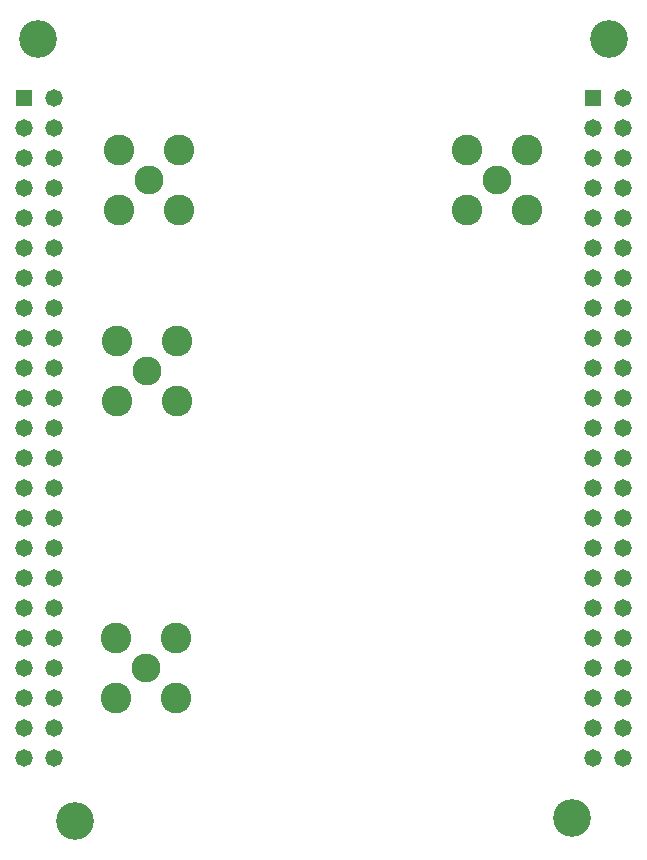
<source format=gbs>
G04*
G04 #@! TF.GenerationSoftware,Altium Limited,Altium Designer,25.8.1 (18)*
G04*
G04 Layer_Color=16711935*
%FSLAX44Y44*%
%MOMM*%
G71*
G04*
G04 #@! TF.SameCoordinates,B4FD2330-8F18-4F1E-BBFD-ABE2F71AA5CF*
G04*
G04*
G04 #@! TF.FilePolarity,Negative*
G04*
G01*
G75*
%ADD12C,1.4782*%
%ADD13R,1.4782X1.4782*%
%ADD14C,2.4532*%
%ADD15C,2.6032*%
%ADD16C,3.2032*%
D12*
X525780Y109220D02*
D03*
X500380D02*
D03*
X525780Y134620D02*
D03*
X500380D02*
D03*
X525780Y160020D02*
D03*
X500380D02*
D03*
X525780Y185420D02*
D03*
X500380D02*
D03*
X525780Y210820D02*
D03*
X500380D02*
D03*
X525780Y236220D02*
D03*
X500380D02*
D03*
X525780Y261620D02*
D03*
X500380D02*
D03*
X525780Y287020D02*
D03*
X500380D02*
D03*
X525780Y312420D02*
D03*
X500380D02*
D03*
X525780Y337820D02*
D03*
X500380D02*
D03*
X525780Y363220D02*
D03*
X500380D02*
D03*
X525780Y388620D02*
D03*
X500380D02*
D03*
X525780Y414020D02*
D03*
X500380D02*
D03*
X525780Y439420D02*
D03*
X500380D02*
D03*
X525780Y464820D02*
D03*
X500380D02*
D03*
X525780Y490220D02*
D03*
X500380D02*
D03*
X525780Y515620D02*
D03*
X500380D02*
D03*
X525780Y541020D02*
D03*
X500380D02*
D03*
X525780Y566420D02*
D03*
X500380D02*
D03*
X525780Y591820D02*
D03*
X500380D02*
D03*
X525780Y617220D02*
D03*
X500380D02*
D03*
X525780Y642620D02*
D03*
X500380D02*
D03*
X525780Y668020D02*
D03*
X44450Y109220D02*
D03*
X19050D02*
D03*
X44450Y134620D02*
D03*
X19050D02*
D03*
X44450Y160020D02*
D03*
X19050D02*
D03*
X44450Y185420D02*
D03*
X19050D02*
D03*
X44450Y210820D02*
D03*
X19050D02*
D03*
X44450Y236220D02*
D03*
X19050D02*
D03*
X44450Y261620D02*
D03*
X19050D02*
D03*
X44450Y287020D02*
D03*
X19050D02*
D03*
X44450Y312420D02*
D03*
X19050D02*
D03*
X44450Y337820D02*
D03*
X19050D02*
D03*
X44450Y363220D02*
D03*
X19050D02*
D03*
X44450Y388620D02*
D03*
X19050D02*
D03*
X44450Y414020D02*
D03*
X19050D02*
D03*
X44450Y439420D02*
D03*
X19050D02*
D03*
X44450Y464820D02*
D03*
X19050D02*
D03*
X44450Y490220D02*
D03*
X19050D02*
D03*
X44450Y515620D02*
D03*
X19050D02*
D03*
X44450Y541020D02*
D03*
X19050D02*
D03*
X44450Y566420D02*
D03*
X19050D02*
D03*
X44450Y591820D02*
D03*
X19050D02*
D03*
X44450Y617220D02*
D03*
X19050D02*
D03*
X44450Y642620D02*
D03*
X19050D02*
D03*
X44450Y668020D02*
D03*
D13*
X500380D02*
D03*
X19050D02*
D03*
D14*
X419100Y598170D02*
D03*
X124460D02*
D03*
X123190Y436880D02*
D03*
X121920Y185420D02*
D03*
D15*
X393700Y623570D02*
D03*
Y572770D02*
D03*
X444500D02*
D03*
Y623570D02*
D03*
X149860D02*
D03*
Y572770D02*
D03*
X99060D02*
D03*
Y623570D02*
D03*
X148590Y462280D02*
D03*
Y411480D02*
D03*
X97790D02*
D03*
Y462280D02*
D03*
X147320Y210820D02*
D03*
Y160020D02*
D03*
X96520D02*
D03*
Y210820D02*
D03*
D16*
X514350Y717550D02*
D03*
X482600Y58420D02*
D03*
X62230Y55880D02*
D03*
X30480Y717550D02*
D03*
M02*

</source>
